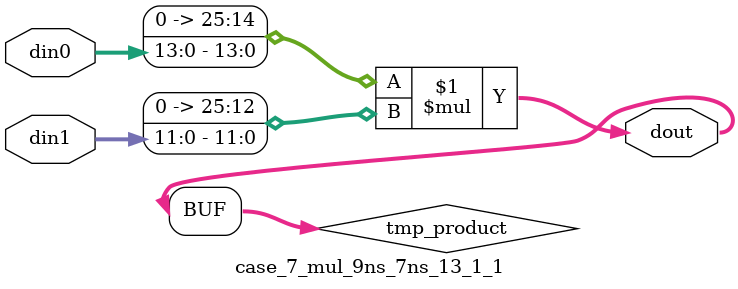
<source format=v>

`timescale 1 ns / 1 ps

 (* use_dsp = "no" *)  module case_7_mul_9ns_7ns_13_1_1(din0, din1, dout);
parameter ID = 1;
parameter NUM_STAGE = 0;
parameter din0_WIDTH = 14;
parameter din1_WIDTH = 12;
parameter dout_WIDTH = 26;

input [din0_WIDTH - 1 : 0] din0; 
input [din1_WIDTH - 1 : 0] din1; 
output [dout_WIDTH - 1 : 0] dout;

wire signed [dout_WIDTH - 1 : 0] tmp_product;
























assign tmp_product = $signed({1'b0, din0}) * $signed({1'b0, din1});











assign dout = tmp_product;





















endmodule

</source>
